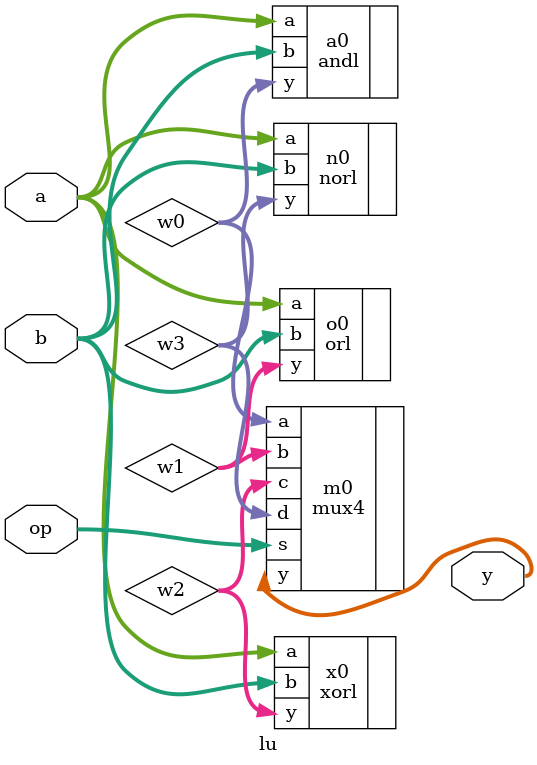
<source format=v>
`timescale 1ns/1ns

module lu(a, b, op, y);
   input  [7:0] a, b;
   input [1:0] 	op;
   output [7:0] y;
   /* 以下を記述 */
   wire [7:0] 	w0, w1, w2, w3;
   
   andl a0(.a(a), .b(b), .y(w0));
   orl o0(.a(a), .b(b), .y(w1));
   xorl x0(.a(a), .b(b), .y(w2));
   norl n0(.a(a), .b(b), .y(w3));

   mux4 m0(.a(w0), .b(w1), .c(w2), .d(w3), .s(op), .y(y));

 
   /* ここまで */
   
endmodule

</source>
